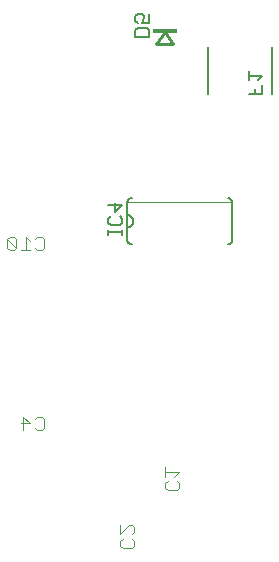
<source format=gbo>
G75*
%MOIN*%
%OFA0B0*%
%FSLAX25Y25*%
%IPPOS*%
%LPD*%
%AMOC8*
5,1,8,0,0,1.08239X$1,22.5*
%
%ADD10C,0.00400*%
%ADD11C,0.00600*%
%ADD12C,0.00200*%
%ADD13C,0.00500*%
%ADD14C,0.01000*%
%ADD15R,0.08268X0.01181*%
D10*
X0113927Y0084302D02*
X0116996Y0084302D01*
X0114694Y0086604D01*
X0114694Y0082000D01*
X0118531Y0082767D02*
X0119298Y0082000D01*
X0120833Y0082000D01*
X0121600Y0082767D01*
X0121600Y0085837D01*
X0120833Y0086604D01*
X0119298Y0086604D01*
X0118531Y0085837D01*
X0147000Y0050465D02*
X0147000Y0047396D01*
X0150069Y0050465D01*
X0150837Y0050465D01*
X0151604Y0049698D01*
X0151604Y0048163D01*
X0150837Y0047396D01*
X0150837Y0045861D02*
X0151604Y0045094D01*
X0151604Y0043559D01*
X0150837Y0042792D01*
X0147767Y0042792D01*
X0147000Y0043559D01*
X0147000Y0045094D01*
X0147767Y0045861D01*
X0162767Y0062000D02*
X0162000Y0062767D01*
X0162000Y0064302D01*
X0162767Y0065069D01*
X0162000Y0066604D02*
X0162000Y0069673D01*
X0162000Y0068139D02*
X0166604Y0068139D01*
X0165069Y0066604D01*
X0165837Y0065069D02*
X0166604Y0064302D01*
X0166604Y0062767D01*
X0165837Y0062000D01*
X0162767Y0062000D01*
X0120833Y0142000D02*
X0119298Y0142000D01*
X0118531Y0142767D01*
X0116996Y0142000D02*
X0113927Y0142000D01*
X0115461Y0142000D02*
X0115461Y0146604D01*
X0116996Y0145069D01*
X0118531Y0145837D02*
X0119298Y0146604D01*
X0120833Y0146604D01*
X0121600Y0145837D01*
X0121600Y0142767D01*
X0120833Y0142000D01*
X0112392Y0142767D02*
X0109323Y0145837D01*
X0109323Y0142767D01*
X0110090Y0142000D01*
X0111625Y0142000D01*
X0112392Y0142767D01*
X0112392Y0145837D01*
X0111625Y0146604D01*
X0110090Y0146604D01*
X0109323Y0145837D01*
D11*
X0149300Y0145600D02*
X0149300Y0149800D01*
X0149300Y0153800D01*
X0149300Y0158000D01*
X0149302Y0158076D01*
X0149308Y0158152D01*
X0149317Y0158227D01*
X0149331Y0158302D01*
X0149348Y0158376D01*
X0149369Y0158449D01*
X0149393Y0158521D01*
X0149422Y0158592D01*
X0149453Y0158661D01*
X0149488Y0158728D01*
X0149527Y0158793D01*
X0149569Y0158857D01*
X0149614Y0158918D01*
X0149662Y0158977D01*
X0149713Y0159033D01*
X0149767Y0159087D01*
X0149823Y0159138D01*
X0149882Y0159186D01*
X0149943Y0159231D01*
X0150007Y0159273D01*
X0150072Y0159312D01*
X0150139Y0159347D01*
X0150208Y0159378D01*
X0150279Y0159407D01*
X0150351Y0159431D01*
X0150424Y0159452D01*
X0150498Y0159469D01*
X0150573Y0159483D01*
X0150648Y0159492D01*
X0150724Y0159498D01*
X0150800Y0159500D01*
X0149300Y0153800D02*
X0149388Y0153798D01*
X0149477Y0153792D01*
X0149565Y0153782D01*
X0149652Y0153769D01*
X0149739Y0153751D01*
X0149825Y0153730D01*
X0149910Y0153705D01*
X0149993Y0153676D01*
X0150076Y0153643D01*
X0150156Y0153607D01*
X0150235Y0153568D01*
X0150313Y0153525D01*
X0150388Y0153478D01*
X0150461Y0153428D01*
X0150532Y0153375D01*
X0150601Y0153319D01*
X0150667Y0153260D01*
X0150730Y0153198D01*
X0150790Y0153134D01*
X0150848Y0153067D01*
X0150902Y0152997D01*
X0150954Y0152925D01*
X0151002Y0152851D01*
X0151047Y0152774D01*
X0151088Y0152696D01*
X0151126Y0152616D01*
X0151160Y0152535D01*
X0151191Y0152452D01*
X0151218Y0152367D01*
X0151241Y0152282D01*
X0151260Y0152196D01*
X0151276Y0152108D01*
X0151288Y0152021D01*
X0151296Y0151933D01*
X0151300Y0151844D01*
X0151300Y0151756D01*
X0151296Y0151667D01*
X0151288Y0151579D01*
X0151276Y0151492D01*
X0151260Y0151404D01*
X0151241Y0151318D01*
X0151218Y0151233D01*
X0151191Y0151148D01*
X0151160Y0151065D01*
X0151126Y0150984D01*
X0151088Y0150904D01*
X0151047Y0150826D01*
X0151002Y0150749D01*
X0150954Y0150675D01*
X0150902Y0150603D01*
X0150848Y0150533D01*
X0150790Y0150466D01*
X0150730Y0150402D01*
X0150667Y0150340D01*
X0150601Y0150281D01*
X0150532Y0150225D01*
X0150461Y0150172D01*
X0150388Y0150122D01*
X0150313Y0150075D01*
X0150235Y0150032D01*
X0150156Y0149993D01*
X0150076Y0149957D01*
X0149993Y0149924D01*
X0149910Y0149895D01*
X0149825Y0149870D01*
X0149739Y0149849D01*
X0149652Y0149831D01*
X0149565Y0149818D01*
X0149477Y0149808D01*
X0149388Y0149802D01*
X0149300Y0149800D01*
X0149300Y0145600D02*
X0149302Y0145524D01*
X0149308Y0145448D01*
X0149317Y0145373D01*
X0149331Y0145298D01*
X0149348Y0145224D01*
X0149369Y0145151D01*
X0149393Y0145079D01*
X0149422Y0145008D01*
X0149453Y0144939D01*
X0149488Y0144872D01*
X0149527Y0144807D01*
X0149569Y0144743D01*
X0149614Y0144682D01*
X0149662Y0144623D01*
X0149713Y0144567D01*
X0149767Y0144513D01*
X0149823Y0144462D01*
X0149882Y0144414D01*
X0149943Y0144369D01*
X0150007Y0144327D01*
X0150072Y0144288D01*
X0150139Y0144253D01*
X0150208Y0144222D01*
X0150279Y0144193D01*
X0150351Y0144169D01*
X0150424Y0144148D01*
X0150498Y0144131D01*
X0150573Y0144117D01*
X0150648Y0144108D01*
X0150724Y0144102D01*
X0150800Y0144100D01*
X0182800Y0144100D02*
X0182876Y0144102D01*
X0182952Y0144108D01*
X0183027Y0144117D01*
X0183102Y0144131D01*
X0183176Y0144148D01*
X0183249Y0144169D01*
X0183321Y0144193D01*
X0183392Y0144222D01*
X0183461Y0144253D01*
X0183528Y0144288D01*
X0183593Y0144327D01*
X0183657Y0144369D01*
X0183718Y0144414D01*
X0183777Y0144462D01*
X0183833Y0144513D01*
X0183887Y0144567D01*
X0183938Y0144623D01*
X0183986Y0144682D01*
X0184031Y0144743D01*
X0184073Y0144807D01*
X0184112Y0144872D01*
X0184147Y0144939D01*
X0184178Y0145008D01*
X0184207Y0145079D01*
X0184231Y0145151D01*
X0184252Y0145224D01*
X0184269Y0145298D01*
X0184283Y0145373D01*
X0184292Y0145448D01*
X0184298Y0145524D01*
X0184300Y0145600D01*
X0184300Y0158000D01*
X0184298Y0158076D01*
X0184292Y0158152D01*
X0184283Y0158227D01*
X0184269Y0158302D01*
X0184252Y0158376D01*
X0184231Y0158449D01*
X0184207Y0158521D01*
X0184178Y0158592D01*
X0184147Y0158661D01*
X0184112Y0158728D01*
X0184073Y0158793D01*
X0184031Y0158857D01*
X0183986Y0158918D01*
X0183938Y0158977D01*
X0183887Y0159033D01*
X0183833Y0159087D01*
X0183777Y0159138D01*
X0183718Y0159186D01*
X0183657Y0159231D01*
X0183593Y0159273D01*
X0183528Y0159312D01*
X0183461Y0159347D01*
X0183392Y0159378D01*
X0183321Y0159407D01*
X0183249Y0159431D01*
X0183176Y0159452D01*
X0183102Y0159469D01*
X0183027Y0159483D01*
X0182952Y0159492D01*
X0182876Y0159498D01*
X0182800Y0159500D01*
X0176091Y0193965D02*
X0176091Y0209635D01*
X0197509Y0209635D02*
X0197509Y0193965D01*
D12*
X0184300Y0158100D02*
X0149300Y0158100D01*
D13*
X0147554Y0157198D02*
X0145302Y0154946D01*
X0145302Y0157949D01*
X0143050Y0157198D02*
X0147554Y0157198D01*
X0146803Y0153345D02*
X0147554Y0152594D01*
X0147554Y0151093D01*
X0146803Y0150342D01*
X0143801Y0150342D01*
X0143050Y0151093D01*
X0143050Y0152594D01*
X0143801Y0153345D01*
X0143050Y0148774D02*
X0143050Y0147273D01*
X0143050Y0148023D02*
X0147554Y0148023D01*
X0147554Y0147273D02*
X0147554Y0148774D01*
X0189806Y0194176D02*
X0194310Y0194176D01*
X0194310Y0197179D01*
X0192808Y0198780D02*
X0194310Y0200281D01*
X0189806Y0200281D01*
X0189806Y0198780D02*
X0189806Y0201782D01*
X0192058Y0195677D02*
X0192058Y0194176D01*
X0156491Y0213236D02*
X0156491Y0215488D01*
X0155740Y0216238D01*
X0152738Y0216238D01*
X0151987Y0215488D01*
X0151987Y0213236D01*
X0156491Y0213236D01*
X0156491Y0217840D02*
X0154239Y0217840D01*
X0154990Y0219341D01*
X0154990Y0220092D01*
X0154239Y0220842D01*
X0152738Y0220842D01*
X0151987Y0220092D01*
X0151987Y0218590D01*
X0152738Y0217840D01*
X0156491Y0217840D02*
X0156491Y0220842D01*
D14*
X0161800Y0214950D02*
X0164556Y0210816D01*
X0158847Y0210816D01*
X0161800Y0214950D01*
D15*
X0161800Y0215146D03*
M02*

</source>
